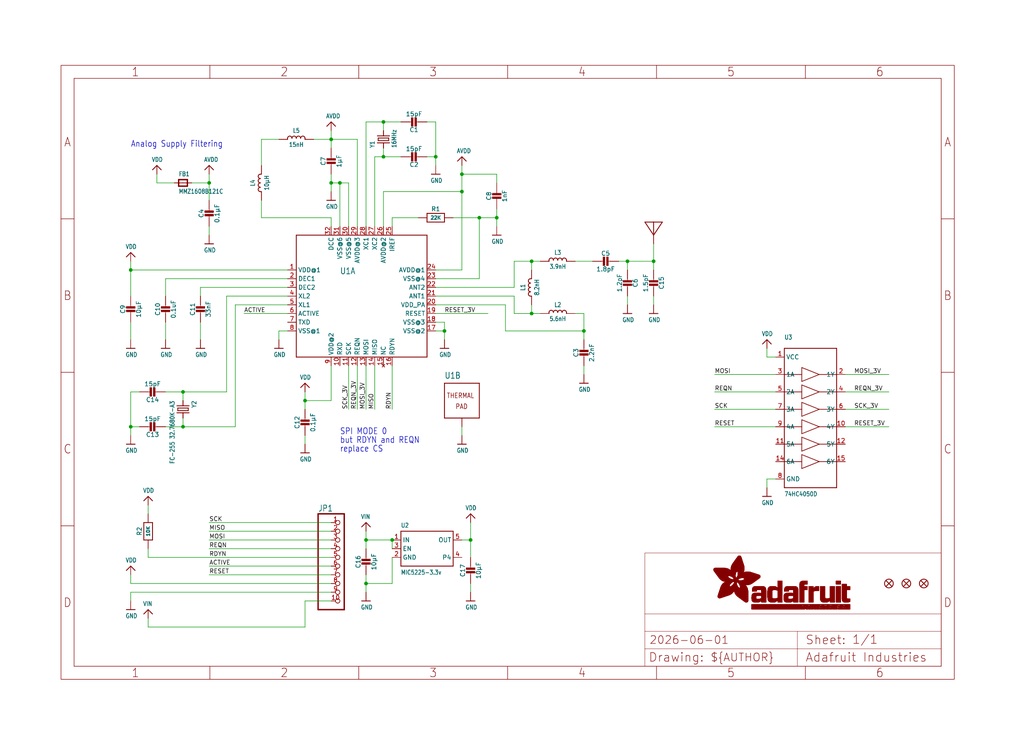
<source format=kicad_sch>
(kicad_sch (version 20230121) (generator eeschema)
  (paper "User" 298.45 217.322)
  (lib_symbols
    (symbol "working-eagle-import:74HC4050DTSSOP"
      (property "Reference" "U" (at -7.62 22.86 0))
      (symbol "74HC4050DTSSOP_1_0"
        (pin bidirectional line (at -10.16 17.78 0) (length 2.54) (name "VCC") (number "1"))
        (pin bidirectional line (at 10.16 -2.54 180) (length 2.54) (name "4Y") (number "10"))
        (pin bidirectional line (at -10.16 -7.62 0) (length 2.54) (name "5A") (number "11"))
        (pin bidirectional line (at 10.16 -7.62 180) (length 2.54) (name "5Y") (number "12"))
        (pin bidirectional line (at -10.16 -12.7 0) (length 2.54) (name "6A") (number "14"))
        (pin bidirectional line (at 10.16 -12.7 180) (length 2.54) (name "6Y") (number "15"))
        (pin bidirectional line (at 10.16 12.7 180) (length 2.54) (name "1Y") (number "2"))
        (pin bidirectional line (at -10.16 12.7 0) (length 2.54) (name "1A") (number "3"))
        (pin bidirectional line (at 10.16 7.62 180) (length 2.54) (name "2Y") (number "4"))
        (pin bidirectional line (at -10.16 7.62 0) (length 2.54) (name "2A") (number "5"))
        (pin bidirectional line (at 10.16 2.54 180) (length 2.54) (name "3Y") (number "6"))
        (pin bidirectional line (at -10.16 2.54 0) (length 2.54) (name "3A") (number "7"))
        (pin bidirectional line (at -10.16 -17.78 0) (length 2.54) (name "GND") (number "8"))
        (pin bidirectional line (at -10.16 -2.54 0) (length 2.54) (name "4A") (number "9"))
      )
    )
    (symbol "working-eagle-import:ANTENNA_PCBNRF8001_1.6MM"
      (symbol "ANTENNA_PCBNRF8001_1.6MM_1_0"
        (pin passive line (at 0 -2.54 90) (length 2.54) (name "P$1") (number "FEED"))
      )
    )
    (symbol "working-eagle-import:AVDD" (power)
      (property "Value" "AVDD" (at -1.524 1.016 0))
      (symbol "AVDD_1_0"
        (pin power_in line (at 0 -2.54 90) (length 2.54) (name "AVDD") (number "1"))
      )
    )
    (symbol "working-eagle-import:CAP_CERAMIC0805-NOOUTLINE"
      (property "Reference" "C" (at -2.29 1.25 90))
      (symbol "CAP_CERAMIC0805-NOOUTLINE_1_0"
        (pin passive line (at 0 5.08 270) (length 2.54) (name "1") (number "1"))
        (pin passive line (at 0 -2.54 90) (length 2.54) (name "2") (number "2"))
      )
    )
    (symbol "working-eagle-import:CAP_CERAMIC_0402"
      (property "Reference" "C" (at -2.29 1.25 90))
      (symbol "CAP_CERAMIC_0402_1_0"
        (pin passive line (at 0 5.08 270) (length 2.54) (name "1") (number "1"))
        (pin passive line (at 0 -2.54 90) (length 2.54) (name "2") (number "2"))
      )
    )
    (symbol "working-eagle-import:CAP_CERAMIC_0402MP"
      (property "Reference" "C" (at -2.29 1.25 90))
      (symbol "CAP_CERAMIC_0402MP_1_0"
        (pin passive line (at 0 5.08 270) (length 2.54) (name "1") (number "1"))
        (pin passive line (at 0 -2.54 90) (length 2.54) (name "2") (number "2"))
      )
    )
    (symbol "working-eagle-import:CAP_CERAMIC_0603"
      (property "Reference" "C" (at -2.29 1.25 90))
      (symbol "CAP_CERAMIC_0603_1_0"
        (pin passive line (at 0 5.08 270) (length 2.54) (name "1") (number "1"))
        (pin passive line (at 0 -2.54 90) (length 2.54) (name "2") (number "2"))
      )
    )
    (symbol "working-eagle-import:CRYSTAL3.2X2.5"
      (property "Reference" "Y" (at -2.54 2.54 0))
      (symbol "CRYSTAL3.2X2.5_1_0"
        (pin passive line (at -2.54 0 0) (length 0) (name "1") (number "1"))
        (pin passive line (at 2.54 0 180) (length 0) (name "2") (number "2"))
      )
    )
    (symbol "working-eagle-import:CRYSTAL8.0X3.8"
      (property "Reference" "Y" (at -2.54 2.54 0))
      (symbol "CRYSTAL8.0X3.8_1_0"
        (pin passive line (at -2.54 0 0) (length 0) (name "1") (number "P$1"))
        (pin passive line (at 2.54 0 180) (length 0) (name "2") (number "P$4"))
      )
    )
    (symbol "working-eagle-import:FERRITE0805"
      (property "Reference" "FB" (at -1.27 1.905 0))
      (symbol "FERRITE0805_1_0"
        (pin passive line (at -2.54 0 0) (length 2.54) (name "P$1") (number "1"))
        (pin passive line (at 2.54 0 180) (length 2.54) (name "P$2") (number "2"))
      )
    )
    (symbol "working-eagle-import:FIDUCIAL{dblquote}{dblquote}")
    (symbol "working-eagle-import:FRAME_A4_ADAFRUIT"
      (symbol "FRAME_A4_ADAFRUIT_1_0"
        (text "${#}/${##}" (at 230.505 10.16 0) (effects (font (size 2.54 2.54)) (justify left bottom)))
        (text "${AUTHOR}" (at 189.23 5.08 0) (effects (font (size 2.286 2.286)) (justify left bottom)))
        (text "${CURRENT_DATE}" (at 171.45 10.16 0) (effects (font (size 2.286 2.286)) (justify left bottom)))
        (text "${PROJECTNAME}" (at 171.45 15.24 0) (effects (font (size 2.54 2.54)) (justify left bottom)))
        (text "1" (at 21.6958 1.905 0) (effects (font (size 2.54 2.286))))
        (text "1" (at 21.6958 177.165 0) (effects (font (size 2.54 2.286))))
        (text "2" (at 65.0875 1.905 0) (effects (font (size 2.54 2.286))))
        (text "2" (at 65.0875 177.165 0) (effects (font (size 2.54 2.286))))
        (text "3" (at 108.4792 1.905 0) (effects (font (size 2.54 2.286))))
        (text "3" (at 108.4792 177.165 0) (effects (font (size 2.54 2.286))))
        (text "4" (at 151.8708 1.905 0) (effects (font (size 2.54 2.286))))
        (text "4" (at 151.8708 177.165 0) (effects (font (size 2.54 2.286))))
        (text "5" (at 195.2625 1.905 0) (effects (font (size 2.54 2.286))))
        (text "5" (at 195.2625 177.165 0) (effects (font (size 2.54 2.286))))
        (text "6" (at 238.6542 1.905 0) (effects (font (size 2.54 2.286))))
        (text "6" (at 238.6542 177.165 0) (effects (font (size 2.54 2.286))))
        (text "A" (at 1.905 156.6863 0) (effects (font (size 2.54 2.286))))
        (text "A" (at 258.445 156.6863 0) (effects (font (size 2.54 2.286))))
        (text "Adafruit Industries" (at 216.916 4.953 0) (effects (font (size 2.54 2.54)) (justify left bottom)))
        (text "B" (at 1.905 111.9188 0) (effects (font (size 2.54 2.286))))
        (text "B" (at 258.445 111.9188 0) (effects (font (size 2.54 2.286))))
        (text "C" (at 1.905 67.1513 0) (effects (font (size 2.54 2.286))))
        (text "C" (at 258.445 67.1513 0) (effects (font (size 2.54 2.286))))
        (text "D" (at 1.905 22.3838 0) (effects (font (size 2.54 2.286))))
        (text "D" (at 258.445 22.3838 0) (effects (font (size 2.54 2.286))))
        (text "Drawing:" (at 171.196 4.953 0) (effects (font (size 2.54 2.54)) (justify left bottom)))
        (text "Sheet:" (at 216.916 10.033 0) (effects (font (size 2.54 2.54)) (justify left bottom)))
      )
    )
    (symbol "working-eagle-import:GND" (power)
      (property "Value" "GND" (at -1.524 -2.54 0))
      (symbol "GND_1_0"
        (pin power_in line (at 0 2.54 270) (length 2.54) (name "GND") (number "1"))
      )
    )
    (symbol "working-eagle-import:HEADER-1X1070MIL"
      (property "Reference" "JP" (at -6.35 13.335 0))
      (symbol "HEADER-1X1070MIL_1_0"
        (pin passive inverted (at -2.54 10.16 0) (length 2.54) (name "1") (number "1"))
        (pin passive inverted (at -2.54 -12.7 0) (length 2.54) (name "10") (number "10"))
        (pin passive inverted (at -2.54 7.62 0) (length 2.54) (name "2") (number "2"))
        (pin passive inverted (at -2.54 5.08 0) (length 2.54) (name "3") (number "3"))
        (pin passive inverted (at -2.54 2.54 0) (length 2.54) (name "4") (number "4"))
        (pin passive inverted (at -2.54 0 0) (length 2.54) (name "5") (number "5"))
        (pin passive inverted (at -2.54 -2.54 0) (length 2.54) (name "6") (number "6"))
        (pin passive inverted (at -2.54 -5.08 0) (length 2.54) (name "7") (number "7"))
        (pin passive inverted (at -2.54 -7.62 0) (length 2.54) (name "8") (number "8"))
        (pin passive inverted (at -2.54 -10.16 0) (length 2.54) (name "9") (number "9"))
      )
    )
    (symbol "working-eagle-import:INDUCTOR_0402"
      (property "Reference" "L" (at 0 2.54 0))
      (symbol "INDUCTOR_0402_1_0"
        (pin passive line (at -5.08 0 0) (length 2.54) (name "1") (number "1"))
        (pin passive line (at 5.08 0 180) (length 2.54) (name "2") (number "2"))
      )
    )
    (symbol "working-eagle-import:INDUCTOR_0603"
      (property "Reference" "L" (at 0 2.54 0))
      (symbol "INDUCTOR_0603_1_0"
        (pin passive line (at -5.08 0 0) (length 2.54) (name "1") (number "1"))
        (pin passive line (at 5.08 0 180) (length 2.54) (name "2") (number "2"))
      )
    )
    (symbol "working-eagle-import:NRF8001"
      (property "Reference" "U" (at -5.08 6.35 0))
      (symbol "NRF8001_1_0"
        (pin power_in line (at -20.32 7.62 0) (length 2.54) (name "VDD@1") (number "1"))
        (pin input line (at -5.08 -20.32 90) (length 2.54) (name "RXD") (number "10"))
        (pin input line (at -2.54 -20.32 90) (length 2.54) (name "SCK") (number "11"))
        (pin input line (at 0 -20.32 90) (length 2.54) (name "REQN") (number "12"))
        (pin input line (at 2.54 -20.32 90) (length 2.54) (name "MOSI") (number "13"))
        (pin output line (at 5.08 -20.32 90) (length 2.54) (name "MISO") (number "14"))
        (pin no_connect line (at 7.62 -20.32 90) (length 2.54) (name "NC") (number "15"))
        (pin output line (at 10.16 -20.32 90) (length 2.54) (name "RDYN") (number "16"))
        (pin power_in line (at 22.86 -10.16 180) (length 2.54) (name "VSS@2") (number "17"))
        (pin power_in line (at 22.86 -7.62 180) (length 2.54) (name "VSS@3") (number "18"))
        (pin input line (at 22.86 -5.08 180) (length 2.54) (name "RESET") (number "19"))
        (pin bidirectional line (at -20.32 5.08 0) (length 2.54) (name "DEC1") (number "2"))
        (pin bidirectional line (at 22.86 -2.54 180) (length 2.54) (name "VDD_PA") (number "20"))
        (pin bidirectional line (at 22.86 0 180) (length 2.54) (name "ANT1") (number "21"))
        (pin bidirectional line (at 22.86 2.54 180) (length 2.54) (name "ANT2") (number "22"))
        (pin power_in line (at 22.86 5.08 180) (length 2.54) (name "VSS@4") (number "23"))
        (pin power_in line (at 22.86 7.62 180) (length 2.54) (name "AVDD@1") (number "24"))
        (pin output line (at 10.16 20.32 270) (length 2.54) (name "IREF") (number "25"))
        (pin power_in line (at 7.62 20.32 270) (length 2.54) (name "AVDD@2") (number "26"))
        (pin output line (at 5.08 20.32 270) (length 2.54) (name "XC2") (number "27"))
        (pin input line (at 2.54 20.32 270) (length 2.54) (name "XC1") (number "28"))
        (pin power_in line (at 0 20.32 270) (length 2.54) (name "AVDD@3") (number "29"))
        (pin bidirectional line (at -20.32 2.54 0) (length 2.54) (name "DEC2") (number "3"))
        (pin power_in line (at -2.54 20.32 270) (length 2.54) (name "VSS@5") (number "30"))
        (pin power_in line (at -5.08 20.32 270) (length 2.54) (name "VSS@6") (number "31"))
        (pin bidirectional line (at -7.62 20.32 270) (length 2.54) (name "DCC") (number "32"))
        (pin output line (at -20.32 0 0) (length 2.54) (name "XL2") (number "4"))
        (pin input line (at -20.32 -2.54 0) (length 2.54) (name "XL1") (number "5"))
        (pin output line (at -20.32 -5.08 0) (length 2.54) (name "ACTIVE") (number "6"))
        (pin output line (at -20.32 -7.62 0) (length 2.54) (name "TXD") (number "7"))
        (pin power_in line (at -20.32 -10.16 0) (length 2.54) (name "VSS@1") (number "8"))
        (pin power_in line (at -7.62 -20.32 90) (length 2.54) (name "VDD@2") (number "9"))
      )
      (symbol "NRF8001_2_0"
        (text "PAD" (at -1.905 -2.54 0) (effects (font (size 1.4224 1.209)) (justify left bottom)))
        (text "THERMAL" (at -4.445 0.635 0) (effects (font (size 1.4224 1.209)) (justify left bottom)))
        (pin power_in line (at 0 -7.62 90) (length 2.54) (name "TP") (number "33"))
      )
    )
    (symbol "working-eagle-import:RESISTOR0805_NOOUTLINE"
      (property "Reference" "R" (at 0 2.54 0))
      (symbol "RESISTOR0805_NOOUTLINE_1_0"
        (pin passive line (at -5.08 0 0) (length 2.54) (name "1") (number "1"))
        (pin passive line (at 5.08 0 180) (length 2.54) (name "2") (number "2"))
      )
    )
    (symbol "working-eagle-import:RESISTOR_0805MP"
      (property "Reference" "R" (at 0 2.54 0))
      (symbol "RESISTOR_0805MP_1_0"
        (pin passive line (at -5.08 0 0) (length 2.54) (name "1") (number "1"))
        (pin passive line (at 5.08 0 180) (length 2.54) (name "2") (number "2"))
      )
    )
    (symbol "working-eagle-import:VDD" (power)
      (property "Value" "VDD" (at -1.524 1.016 0))
      (symbol "VDD_1_0"
        (pin power_in line (at 0 -2.54 90) (length 2.54) (name "VDD") (number "1"))
      )
    )
    (symbol "working-eagle-import:VIN" (power)
      (property "Value" "VIN" (at -1.524 1.016 0))
      (symbol "VIN_1_0"
        (pin power_in line (at 0 -2.54 90) (length 2.54) (name "VIN") (number "1"))
      )
    )
    (symbol "working-eagle-import:VREG_SOT23-5"
      (property "Reference" "U" (at -7.62 6.096 0))
      (symbol "VREG_SOT23-5_1_0"
        (pin power_in line (at -10.16 2.54 0) (length 2.54) (name "IN") (number "1"))
        (pin power_in line (at -10.16 -2.54 0) (length 2.54) (name "GND") (number "2"))
        (pin input line (at -10.16 0 0) (length 2.54) (name "EN") (number "3"))
        (pin bidirectional line (at 10.16 -2.54 180) (length 2.54) (name "P4") (number "4"))
        (pin power_in line (at 10.16 2.54 180) (length 2.54) (name "OUT") (number "5"))
      )
    )
  )
  (junction (at 190.5 76.2))
  (junction (at 129.54 96.52))
  (junction (at 88.9 116.84))
  (junction (at 127 45.72))
  (junction (at 170.18 96.52))
  (junction (at 53.34 124.46))
  (junction (at 114.3 157.48))
  (junction (at 154.94 91.44))
  (junction (at 106.68 170.18))
  (junction (at 99.06 53.34))
  (junction (at 137.16 157.48))
  (junction (at 139.7 63.5))
  (junction (at 38.1 78.74))
  (junction (at 154.94 76.2))
  (junction (at 96.52 53.34))
  (junction (at 134.62 55.88))
  (junction (at 60.96 53.34))
  (junction (at 111.76 45.72))
  (junction (at 111.76 35.56))
  (junction (at 182.88 76.2))
  (junction (at 38.1 124.46))
  (junction (at 134.62 50.8))
  (junction (at 106.68 157.48))
  (junction (at 144.78 63.5))
  (junction (at 96.52 40.64))
  (junction (at 53.34 114.3))
  (wire (pts (xy 43.18 162.56) (xy 96.52 162.56)) (stroke (width 0.1524)))
  (wire (pts (xy 38.1 172.72) (xy 96.52 172.72)) (stroke (width 0.1524)))
  (wire (pts (xy 144.78 60.96) (xy 144.78 63.5)) (stroke (width 0.1524)))
  (wire (pts (xy 43.18 149.86) (xy 43.18 147.32)) (stroke (width 0.1524)))
  (wire (pts (xy 60.96 157.48) (xy 96.52 157.48)) (stroke (width 0.1524)))
  (wire (pts (xy 134.62 157.48) (xy 137.16 157.48)) (stroke (width 0.1524)))
  (wire (pts (xy 68.58 124.46) (xy 53.34 124.46)) (stroke (width 0.1524)))
  (wire (pts (xy 226.06 109.22) (xy 208.28 109.22)) (stroke (width 0.1524)))
  (wire (pts (xy 43.18 162.56) (xy 43.18 160.02)) (stroke (width 0.1524)))
  (wire (pts (xy 88.9 175.26) (xy 88.9 182.88)) (stroke (width 0.1524)))
  (wire (pts (xy 106.68 35.56) (xy 111.76 35.56)) (stroke (width 0.1524)))
  (wire (pts (xy 83.82 83.82) (xy 58.42 83.82)) (stroke (width 0.1524)))
  (wire (pts (xy 83.82 91.44) (xy 71.12 91.44)) (stroke (width 0.1524)))
  (wire (pts (xy 134.62 78.74) (xy 134.62 55.88)) (stroke (width 0.1524)))
  (wire (pts (xy 48.26 93.98) (xy 48.26 99.06)) (stroke (width 0.1524)))
  (wire (pts (xy 114.3 160.02) (xy 114.3 157.48)) (stroke (width 0.1524)))
  (wire (pts (xy 132.08 63.5) (xy 139.7 63.5)) (stroke (width 0.1524)))
  (wire (pts (xy 53.34 114.3) (xy 53.34 116.84)) (stroke (width 0.1524)))
  (wire (pts (xy 127 96.52) (xy 129.54 96.52)) (stroke (width 0.1524)))
  (wire (pts (xy 38.1 93.98) (xy 38.1 99.06)) (stroke (width 0.1524)))
  (wire (pts (xy 226.06 104.14) (xy 223.52 104.14)) (stroke (width 0.1524)))
  (wire (pts (xy 137.16 170.18) (xy 137.16 172.72)) (stroke (width 0.1524)))
  (wire (pts (xy 81.28 40.64) (xy 76.2 40.64)) (stroke (width 0.1524)))
  (wire (pts (xy 99.06 53.34) (xy 99.06 66.04)) (stroke (width 0.1524)))
  (wire (pts (xy 134.62 48.26) (xy 134.62 50.8)) (stroke (width 0.1524)))
  (wire (pts (xy 40.64 114.3) (xy 38.1 114.3)) (stroke (width 0.1524)))
  (wire (pts (xy 170.18 106.68) (xy 170.18 109.22)) (stroke (width 0.1524)))
  (wire (pts (xy 106.68 157.48) (xy 106.68 160.02)) (stroke (width 0.1524)))
  (wire (pts (xy 76.2 40.64) (xy 76.2 48.26)) (stroke (width 0.1524)))
  (wire (pts (xy 101.6 106.68) (xy 101.6 119.38)) (stroke (width 0.1524)))
  (wire (pts (xy 83.82 88.9) (xy 68.58 88.9)) (stroke (width 0.1524)))
  (wire (pts (xy 88.9 116.84) (xy 88.9 119.38)) (stroke (width 0.1524)))
  (wire (pts (xy 246.38 114.3) (xy 259.08 114.3)) (stroke (width 0.1524)))
  (wire (pts (xy 127 78.74) (xy 134.62 78.74)) (stroke (width 0.1524)))
  (wire (pts (xy 60.96 154.94) (xy 96.52 154.94)) (stroke (width 0.1524)))
  (wire (pts (xy 226.06 139.7) (xy 223.52 139.7)) (stroke (width 0.1524)))
  (wire (pts (xy 149.86 83.82) (xy 149.86 76.2)) (stroke (width 0.1524)))
  (wire (pts (xy 114.3 157.48) (xy 106.68 157.48)) (stroke (width 0.1524)))
  (wire (pts (xy 190.5 78.74) (xy 190.5 76.2)) (stroke (width 0.1524)))
  (wire (pts (xy 96.52 50.8) (xy 96.52 53.34)) (stroke (width 0.1524)))
  (wire (pts (xy 111.76 55.88) (xy 134.62 55.88)) (stroke (width 0.1524)))
  (wire (pts (xy 246.38 109.22) (xy 259.08 109.22)) (stroke (width 0.1524)))
  (wire (pts (xy 60.96 165.1) (xy 96.52 165.1)) (stroke (width 0.1524)))
  (wire (pts (xy 106.68 170.18) (xy 106.68 172.72)) (stroke (width 0.1524)))
  (wire (pts (xy 137.16 157.48) (xy 137.16 152.4)) (stroke (width 0.1524)))
  (wire (pts (xy 149.86 91.44) (xy 154.94 91.44)) (stroke (width 0.1524)))
  (wire (pts (xy 127 86.36) (xy 149.86 86.36)) (stroke (width 0.1524)))
  (wire (pts (xy 137.16 157.48) (xy 137.16 162.56)) (stroke (width 0.1524)))
  (wire (pts (xy 48.26 81.28) (xy 48.26 86.36)) (stroke (width 0.1524)))
  (wire (pts (xy 139.7 63.5) (xy 144.78 63.5)) (stroke (width 0.1524)))
  (wire (pts (xy 129.54 93.98) (xy 129.54 96.52)) (stroke (width 0.1524)))
  (wire (pts (xy 114.3 66.04) (xy 114.3 63.5)) (stroke (width 0.1524)))
  (wire (pts (xy 68.58 88.9) (xy 68.58 124.46)) (stroke (width 0.1524)))
  (wire (pts (xy 81.28 96.52) (xy 81.28 99.06)) (stroke (width 0.1524)))
  (wire (pts (xy 147.32 88.9) (xy 147.32 96.52)) (stroke (width 0.1524)))
  (wire (pts (xy 83.82 86.36) (xy 66.04 86.36)) (stroke (width 0.1524)))
  (wire (pts (xy 106.68 106.68) (xy 106.68 119.38)) (stroke (width 0.1524)))
  (wire (pts (xy 111.76 38.1) (xy 111.76 35.56)) (stroke (width 0.1524)))
  (wire (pts (xy 96.52 53.34) (xy 99.06 53.34)) (stroke (width 0.1524)))
  (wire (pts (xy 259.08 119.38) (xy 246.38 119.38)) (stroke (width 0.1524)))
  (wire (pts (xy 134.62 50.8) (xy 144.78 50.8)) (stroke (width 0.1524)))
  (wire (pts (xy 154.94 76.2) (xy 157.48 76.2)) (stroke (width 0.1524)))
  (wire (pts (xy 106.68 66.04) (xy 106.68 35.56)) (stroke (width 0.1524)))
  (wire (pts (xy 104.14 40.64) (xy 104.14 66.04)) (stroke (width 0.1524)))
  (wire (pts (xy 96.52 40.64) (xy 104.14 40.64)) (stroke (width 0.1524)))
  (wire (pts (xy 139.7 81.28) (xy 139.7 63.5)) (stroke (width 0.1524)))
  (wire (pts (xy 124.46 45.72) (xy 127 45.72)) (stroke (width 0.1524)))
  (wire (pts (xy 223.52 139.7) (xy 223.52 142.24)) (stroke (width 0.1524)))
  (wire (pts (xy 167.64 76.2) (xy 172.72 76.2)) (stroke (width 0.1524)))
  (wire (pts (xy 48.26 114.3) (xy 53.34 114.3)) (stroke (width 0.1524)))
  (wire (pts (xy 60.96 53.34) (xy 60.96 50.8)) (stroke (width 0.1524)))
  (wire (pts (xy 53.34 124.46) (xy 53.34 121.92)) (stroke (width 0.1524)))
  (wire (pts (xy 111.76 43.18) (xy 111.76 45.72)) (stroke (width 0.1524)))
  (wire (pts (xy 38.1 172.72) (xy 38.1 175.26)) (stroke (width 0.1524)))
  (wire (pts (xy 134.62 127) (xy 134.62 124.46)) (stroke (width 0.1524)))
  (wire (pts (xy 154.94 91.44) (xy 157.48 91.44)) (stroke (width 0.1524)))
  (wire (pts (xy 40.64 124.46) (xy 38.1 124.46)) (stroke (width 0.1524)))
  (wire (pts (xy 60.96 160.02) (xy 96.52 160.02)) (stroke (width 0.1524)))
  (wire (pts (xy 45.72 53.34) (xy 50.8 53.34)) (stroke (width 0.1524)))
  (wire (pts (xy 88.9 175.26) (xy 96.52 175.26)) (stroke (width 0.1524)))
  (wire (pts (xy 38.1 124.46) (xy 38.1 127)) (stroke (width 0.1524)))
  (wire (pts (xy 96.52 63.5) (xy 96.52 66.04)) (stroke (width 0.1524)))
  (wire (pts (xy 180.34 76.2) (xy 182.88 76.2)) (stroke (width 0.1524)))
  (wire (pts (xy 127 93.98) (xy 129.54 93.98)) (stroke (width 0.1524)))
  (wire (pts (xy 96.52 40.64) (xy 91.44 40.64)) (stroke (width 0.1524)))
  (wire (pts (xy 109.22 106.68) (xy 109.22 119.38)) (stroke (width 0.1524)))
  (wire (pts (xy 58.42 93.98) (xy 58.42 99.06)) (stroke (width 0.1524)))
  (wire (pts (xy 226.06 114.3) (xy 208.28 114.3)) (stroke (width 0.1524)))
  (wire (pts (xy 55.88 53.34) (xy 60.96 53.34)) (stroke (width 0.1524)))
  (wire (pts (xy 226.06 124.46) (xy 208.28 124.46)) (stroke (width 0.1524)))
  (wire (pts (xy 38.1 114.3) (xy 38.1 124.46)) (stroke (width 0.1524)))
  (wire (pts (xy 60.96 152.4) (xy 96.52 152.4)) (stroke (width 0.1524)))
  (wire (pts (xy 96.52 53.34) (xy 96.52 55.88)) (stroke (width 0.1524)))
  (wire (pts (xy 104.14 106.68) (xy 104.14 119.38)) (stroke (width 0.1524)))
  (wire (pts (xy 190.5 76.2) (xy 190.5 71.12)) (stroke (width 0.1524)))
  (wire (pts (xy 43.18 182.88) (xy 43.18 180.34)) (stroke (width 0.1524)))
  (wire (pts (xy 45.72 50.8) (xy 45.72 53.34)) (stroke (width 0.1524)))
  (wire (pts (xy 38.1 170.18) (xy 96.52 170.18)) (stroke (width 0.1524)))
  (wire (pts (xy 106.68 167.64) (xy 106.68 170.18)) (stroke (width 0.1524)))
  (wire (pts (xy 66.04 114.3) (xy 53.34 114.3)) (stroke (width 0.1524)))
  (wire (pts (xy 114.3 106.68) (xy 114.3 119.38)) (stroke (width 0.1524)))
  (wire (pts (xy 129.54 96.52) (xy 129.54 99.06)) (stroke (width 0.1524)))
  (wire (pts (xy 109.22 66.04) (xy 109.22 45.72)) (stroke (width 0.1524)))
  (wire (pts (xy 109.22 45.72) (xy 111.76 45.72)) (stroke (width 0.1524)))
  (wire (pts (xy 88.9 127) (xy 88.9 129.54)) (stroke (width 0.1524)))
  (wire (pts (xy 149.86 76.2) (xy 154.94 76.2)) (stroke (width 0.1524)))
  (wire (pts (xy 83.82 78.74) (xy 38.1 78.74)) (stroke (width 0.1524)))
  (wire (pts (xy 170.18 91.44) (xy 170.18 96.52)) (stroke (width 0.1524)))
  (wire (pts (xy 96.52 116.84) (xy 88.9 116.84)) (stroke (width 0.1524)))
  (wire (pts (xy 96.52 40.64) (xy 96.52 43.18)) (stroke (width 0.1524)))
  (wire (pts (xy 127 81.28) (xy 139.7 81.28)) (stroke (width 0.1524)))
  (wire (pts (xy 66.04 86.36) (xy 66.04 114.3)) (stroke (width 0.1524)))
  (wire (pts (xy 83.82 96.52) (xy 81.28 96.52)) (stroke (width 0.1524)))
  (wire (pts (xy 144.78 50.8) (xy 144.78 53.34)) (stroke (width 0.1524)))
  (wire (pts (xy 154.94 78.74) (xy 154.94 76.2)) (stroke (width 0.1524)))
  (wire (pts (xy 111.76 45.72) (xy 116.84 45.72)) (stroke (width 0.1524)))
  (wire (pts (xy 127 88.9) (xy 147.32 88.9)) (stroke (width 0.1524)))
  (wire (pts (xy 38.1 170.18) (xy 38.1 167.64)) (stroke (width 0.1524)))
  (wire (pts (xy 182.88 78.74) (xy 182.88 76.2)) (stroke (width 0.1524)))
  (wire (pts (xy 38.1 78.74) (xy 38.1 86.36)) (stroke (width 0.1524)))
  (wire (pts (xy 58.42 83.82) (xy 58.42 86.36)) (stroke (width 0.1524)))
  (wire (pts (xy 182.88 76.2) (xy 190.5 76.2)) (stroke (width 0.1524)))
  (wire (pts (xy 167.64 91.44) (xy 170.18 91.44)) (stroke (width 0.1524)))
  (wire (pts (xy 96.52 167.64) (xy 60.96 167.64)) (stroke (width 0.1524)))
  (wire (pts (xy 127 35.56) (xy 127 45.72)) (stroke (width 0.1524)))
  (wire (pts (xy 111.76 66.04) (xy 111.76 55.88)) (stroke (width 0.1524)))
  (wire (pts (xy 83.82 81.28) (xy 48.26 81.28)) (stroke (width 0.1524)))
  (wire (pts (xy 144.78 63.5) (xy 144.78 66.04)) (stroke (width 0.1524)))
  (wire (pts (xy 99.06 53.34) (xy 101.6 53.34)) (stroke (width 0.1524)))
  (wire (pts (xy 190.5 86.36) (xy 190.5 88.9)) (stroke (width 0.1524)))
  (wire (pts (xy 114.3 63.5) (xy 121.92 63.5)) (stroke (width 0.1524)))
  (wire (pts (xy 127 91.44) (xy 142.24 91.44)) (stroke (width 0.1524)))
  (wire (pts (xy 88.9 114.3) (xy 88.9 116.84)) (stroke (width 0.1524)))
  (wire (pts (xy 48.26 124.46) (xy 53.34 124.46)) (stroke (width 0.1524)))
  (wire (pts (xy 88.9 182.88) (xy 43.18 182.88)) (stroke (width 0.1524)))
  (wire (pts (xy 60.96 53.34) (xy 60.96 58.42)) (stroke (width 0.1524)))
  (wire (pts (xy 114.3 162.56) (xy 114.3 170.18)) (stroke (width 0.1524)))
  (wire (pts (xy 38.1 78.74) (xy 38.1 76.2)) (stroke (width 0.1524)))
  (wire (pts (xy 182.88 86.36) (xy 182.88 88.9)) (stroke (width 0.1524)))
  (wire (pts (xy 96.52 38.1) (xy 96.52 40.64)) (stroke (width 0.1524)))
  (wire (pts (xy 223.52 104.14) (xy 223.52 101.6)) (stroke (width 0.1524)))
  (wire (pts (xy 149.86 86.36) (xy 149.86 91.44)) (stroke (width 0.1524)))
  (wire (pts (xy 106.68 157.48) (xy 106.68 154.94)) (stroke (width 0.1524)))
  (wire (pts (xy 60.96 66.04) (xy 60.96 68.58)) (stroke (width 0.1524)))
  (wire (pts (xy 111.76 35.56) (xy 116.84 35.56)) (stroke (width 0.1524)))
  (wire (pts (xy 76.2 58.42) (xy 76.2 63.5)) (stroke (width 0.1524)))
  (wire (pts (xy 114.3 170.18) (xy 106.68 170.18)) (stroke (width 0.1524)))
  (wire (pts (xy 246.38 124.46) (xy 259.08 124.46)) (stroke (width 0.1524)))
  (wire (pts (xy 127 83.82) (xy 149.86 83.82)) (stroke (width 0.1524)))
  (wire (pts (xy 134.62 55.88) (xy 134.62 50.8)) (stroke (width 0.1524)))
  (wire (pts (xy 154.94 88.9) (xy 154.94 91.44)) (stroke (width 0.1524)))
  (wire (pts (xy 76.2 63.5) (xy 96.52 63.5)) (stroke (width 0.1524)))
  (wire (pts (xy 147.32 96.52) (xy 170.18 96.52)) (stroke (width 0.1524)))
  (wire (pts (xy 127 45.72) (xy 127 48.26)) (stroke (width 0.1524)))
  (wire (pts (xy 170.18 96.52) (xy 170.18 99.06)) (stroke (width 0.1524)))
  (wire (pts (xy 124.46 35.56) (xy 127 35.56)) (stroke (width 0.1524)))
  (wire (pts (xy 101.6 53.34) (xy 101.6 66.04)) (stroke (width 0.1524)))
  (wire (pts (xy 96.52 106.68) (xy 96.52 116.84)) (stroke (width 0.1524)))
  (wire (pts (xy 226.06 119.38) (xy 208.28 119.38)) (stroke (width 0.1524)))
  (text "but RDYN and REQN" (at 99.06 129.54 0) (effects (font (size 1.778 1.5113)) (justify left bottom)))
  (text "SPI MODE 0" (at 99.06 127 0) (effects (font (size 1.778 1.5113)) (justify left bottom)))
  (text "replace CS" (at 99.06 132.08 0) (effects (font (size 1.778 1.5113)) (justify left bottom)))
  (text "Analog Supply Filtering" (at 38.1 43.18 0) (effects (font (size 1.778 1.5113)) (justify left bottom)))
  (label "RDYN" (at 60.96 162.56 0) (effects (font (size 1.2446 1.2446))))
  (label "RDYN" (at 114.3 119.38 90) (effects (font (size 1.2446 1.2446))))
  (label "REQN" (at 208.28 114.3 0) (effects (font (size 1.2446 1.2446))))
  (label "RESET" (at 208.28 124.46 0) (effects (font (size 1.2446 1.2446))))
  (label "MOSI_3V" (at 248.92 109.22 0) (effects (font (size 1.2446 1.2446))))
  (label "SCK" (at 208.28 119.38 0) (effects (font (size 1.2446 1.2446))))
  (label "RESET_3V" (at 129.54 91.44 0) (effects (font (size 1.2446 1.2446))))
  (label "MISO" (at 109.22 119.38 90) (effects (font (size 1.2446 1.2446))))
  (label "REQN" (at 60.96 160.02 0) (effects (font (size 1.2446 1.2446))))
  (label "SCK_3V" (at 101.6 119.38 90) (effects (font (size 1.2446 1.2446))))
  (label "RESET" (at 60.96 167.64 0) (effects (font (size 1.2446 1.2446))))
  (label "SCK_3V" (at 248.92 119.38 0) (effects (font (size 1.2446 1.2446))))
  (label "MISO" (at 60.96 154.94 0) (effects (font (size 1.2446 1.2446))))
  (label "MOSI" (at 60.96 157.48 0) (effects (font (size 1.2446 1.2446))))
  (label "ACTIVE" (at 71.12 91.44 0) (effects (font (size 1.2446 1.2446))))
  (label "MOSI_3V" (at 106.68 119.38 90) (effects (font (size 1.2446 1.2446))))
  (label "SCK" (at 60.96 152.4 0) (effects (font (size 1.2446 1.2446))))
  (label "RESET_3V" (at 248.92 124.46 0) (effects (font (size 1.2446 1.2446))))
  (label "MOSI" (at 208.28 109.22 0) (effects (font (size 1.2446 1.2446))))
  (label "REQN_3V" (at 248.92 114.3 0) (effects (font (size 1.2446 1.2446))))
  (label "REQN_3V" (at 104.14 119.38 90) (effects (font (size 1.2446 1.2446))))
  (label "ACTIVE" (at 60.96 165.1 0) (effects (font (size 1.2446 1.2446))))
  (symbol (lib_id "working-eagle-import:INDUCTOR_0402") (at 162.56 91.44 0) (unit 1)
    (property "Reference" "L2" (at 162.56 88.9 0) (effects (font (size 1.27 1.0795))))
    (property "Value" "5.6nH" (at 162.56 92.98 0) (effects (font (size 1.27 1.0795))))
    (property "Footprint" "working:_0402" (effects hide))
  )
  (symbol (lib_id "working-eagle-import:74HC4050DTSSOP") (at 236.22 121.92 0) (unit 1)
    (property "Reference" "U3" (at 228.6 99.06 0) (effects (font (size 1.27 1.0795)) (justify left bottom)))
    (property "Value" "74HC4050D" (at 228.6 144.78 0) (effects (font (size 1.27 1.0795)) (justify left bottom)))
    (property "Footprint" "working:TSSOP16" (effects hide))
  )
  (symbol (lib_id "working-eagle-import:GND") (at 38.1 177.8 0) (unit 1)
    (property "Reference" "#U$20" (effects hide))
    (property "Value" "GND" (at 36.576 180.34 0) (effects (font (size 1.27 1.0795)) (justify left bottom)))
  )
  (symbol (lib_id "working-eagle-import:CAP_CERAMIC_0402MP") (at 182.88 81.28 180) (unit 1)
    (property "Reference" "C6" (at 185.17 82.53 90))
    (property "Value" "1.2pF" (at 180.58 82.53 90))
    (property "Footprint" "working:_0402MP" (effects hide))
  )
  (symbol (lib_id "working-eagle-import:VDD") (at 88.9 111.76 0) (unit 1)
    (property "Reference" "#U$15" (effects hide))
    (property "Value" "VDD" (at 87.376 110.744 0) (effects (font (size 1.27 1.0795)) (justify left bottom)))
  )
  (symbol (lib_id "working-eagle-import:CAP_CERAMIC0805-NOOUTLINE") (at 137.16 167.64 0) (unit 1)
    (property "Reference" "C17" (at 134.87 166.39 90))
    (property "Value" "10µF" (at 139.46 166.39 90))
    (property "Footprint" "working:0805-NO" (effects hide))
  )
  (symbol (lib_id "working-eagle-import:CAP_CERAMIC0805-NOOUTLINE") (at 48.26 91.44 0) (unit 1)
    (property "Reference" "C10" (at 45.97 90.19 90))
    (property "Value" "0.1uF" (at 50.56 90.19 90))
    (property "Footprint" "working:0805-NO" (effects hide))
  )
  (symbol (lib_id "working-eagle-import:FIDUCIAL{dblquote}{dblquote}") (at 259.08 170.18 0) (unit 1)
    (property "Reference" "FID3" (effects hide))
    (property "Value" "FIDUCIAL{dblquote}{dblquote}" (effects hide))
    (property "Footprint" "working:FIDUCIAL_1MM" (effects hide))
    (property "BOM" "EXCLUDE" (effects hide))
  )
  (symbol (lib_id "working-eagle-import:CAP_CERAMIC0805-NOOUTLINE") (at 121.92 45.72 90) (unit 1)
    (property "Reference" "C2" (at 120.67 48.01 90))
    (property "Value" "15pF" (at 120.67 43.42 90))
    (property "Footprint" "working:0805-NO" (effects hide))
  )
  (symbol (lib_id "working-eagle-import:GND") (at 137.16 175.26 0) (unit 1)
    (property "Reference" "#U$21" (effects hide))
    (property "Value" "GND" (at 135.636 177.8 0) (effects (font (size 1.27 1.0795)) (justify left bottom)))
  )
  (symbol (lib_id "working-eagle-import:AVDD") (at 134.62 45.72 0) (unit 1)
    (property "Reference" "#U$13" (effects hide))
    (property "Value" "AVDD" (at 133.096 44.704 0) (effects (font (size 1.27 1.0795)) (justify left bottom)))
  )
  (symbol (lib_id "working-eagle-import:VIN") (at 106.68 152.4 0) (unit 1)
    (property "Reference" "#U$24" (effects hide))
    (property "Value" "VIN" (at 105.156 151.384 0) (effects (font (size 1.27 1.0795)) (justify left bottom)))
  )
  (symbol (lib_id "working-eagle-import:GND") (at 58.42 101.6 0) (unit 1)
    (property "Reference" "#U$6" (effects hide))
    (property "Value" "GND" (at 56.896 104.14 0) (effects (font (size 1.27 1.0795)) (justify left bottom)))
  )
  (symbol (lib_id "working-eagle-import:CAP_CERAMIC0805-NOOUTLINE") (at 88.9 124.46 0) (unit 1)
    (property "Reference" "C12" (at 86.61 123.21 90))
    (property "Value" "0.1µF" (at 91.2 123.21 90))
    (property "Footprint" "working:0805-NO" (effects hide))
  )
  (symbol (lib_id "working-eagle-import:VDD") (at 137.16 149.86 0) (unit 1)
    (property "Reference" "#U$23" (effects hide))
    (property "Value" "VDD" (at 135.636 148.844 0) (effects (font (size 1.27 1.0795)) (justify left bottom)))
  )
  (symbol (lib_id "working-eagle-import:GND") (at 170.18 111.76 0) (unit 1)
    (property "Reference" "#U$3" (effects hide))
    (property "Value" "GND" (at 168.656 114.3 0) (effects (font (size 1.27 1.0795)) (justify left bottom)))
  )
  (symbol (lib_id "working-eagle-import:GND") (at 190.5 91.44 0) (unit 1)
    (property "Reference" "#U$31" (effects hide))
    (property "Value" "GND" (at 188.976 93.98 0) (effects (font (size 1.27 1.0795)) (justify left bottom)))
  )
  (symbol (lib_id "working-eagle-import:INDUCTOR_0603") (at 76.2 53.34 90) (unit 1)
    (property "Reference" "L4" (at 73.66 53.34 0) (effects (font (size 1.27 1.0795))))
    (property "Value" "10µH" (at 77.74 53.34 0) (effects (font (size 1.27 1.0795))))
    (property "Footprint" "working:_0603" (effects hide))
  )
  (symbol (lib_id "working-eagle-import:GND") (at 129.54 101.6 0) (unit 1)
    (property "Reference" "#U$4" (effects hide))
    (property "Value" "GND" (at 128.016 104.14 0) (effects (font (size 1.27 1.0795)) (justify left bottom)))
  )
  (symbol (lib_id "working-eagle-import:GND") (at 127 50.8 0) (unit 1)
    (property "Reference" "#U$8" (effects hide))
    (property "Value" "GND" (at 125.476 53.34 0) (effects (font (size 1.27 1.0795)) (justify left bottom)))
  )
  (symbol (lib_id "working-eagle-import:INDUCTOR_0402") (at 154.94 83.82 90) (unit 1)
    (property "Reference" "L1" (at 152.4 83.82 0) (effects (font (size 1.27 1.0795))))
    (property "Value" "8.2nH" (at 156.48 83.82 0) (effects (font (size 1.27 1.0795))))
    (property "Footprint" "working:_0402" (effects hide))
  )
  (symbol (lib_id "working-eagle-import:INDUCTOR_0603") (at 86.36 40.64 0) (unit 1)
    (property "Reference" "L5" (at 86.36 38.1 0) (effects (font (size 1.27 1.0795))))
    (property "Value" "15nH" (at 86.36 42.18 0) (effects (font (size 1.27 1.0795))))
    (property "Footprint" "working:_0603" (effects hide))
  )
  (symbol (lib_id "working-eagle-import:FIDUCIAL{dblquote}{dblquote}") (at 264.16 170.18 0) (unit 1)
    (property "Reference" "FID2" (effects hide))
    (property "Value" "FIDUCIAL{dblquote}{dblquote}" (effects hide))
    (property "Footprint" "working:FIDUCIAL_1MM" (effects hide))
  )
  (symbol (lib_id "working-eagle-import:GND") (at 88.9 132.08 0) (unit 1)
    (property "Reference" "#U$16" (effects hide))
    (property "Value" "GND" (at 87.376 134.62 0) (effects (font (size 1.27 1.0795)) (justify left bottom)))
  )
  (symbol (lib_id "working-eagle-import:CAP_CERAMIC_0402") (at 170.18 104.14 0) (unit 1)
    (property "Reference" "C3" (at 167.89 102.89 90))
    (property "Value" "2.2nF" (at 172.48 102.89 90))
    (property "Footprint" "working:_0402" (effects hide))
  )
  (symbol (lib_id "working-eagle-import:CRYSTAL8.0X3.8") (at 53.34 119.38 270) (unit 1)
    (property "Reference" "Y2" (at 55.88 116.84 0) (effects (font (size 1.27 1.0795)) (justify left bottom)))
    (property "Value" "FC-255 32.7680K-A3" (at 49.53 116.84 0) (effects (font (size 1.27 1.0795)) (justify left bottom)))
    (property "Footprint" "working:CRYSTAL_8X3.8" (effects hide))
  )
  (symbol (lib_id "working-eagle-import:VDD") (at 38.1 165.1 0) (unit 1)
    (property "Reference" "#U$18" (effects hide))
    (property "Value" "VDD" (at 36.576 164.084 0) (effects (font (size 1.27 1.0795)) (justify left bottom)))
  )
  (symbol (lib_id "working-eagle-import:GND") (at 144.78 68.58 0) (unit 1)
    (property "Reference" "#U$14" (effects hide))
    (property "Value" "GND" (at 143.256 71.12 0) (effects (font (size 1.27 1.0795)) (justify left bottom)))
  )
  (symbol (lib_id "working-eagle-import:FERRITE0805") (at 53.34 53.34 0) (unit 1)
    (property "Reference" "FB1" (at 52.07 51.435 0) (effects (font (size 1.27 1.0795)) (justify left bottom)))
    (property "Value" "MMZ1608B121C" (at 52.07 56.515 0) (effects (font (size 1.27 1.0795)) (justify left bottom)))
    (property "Footprint" "working:0805" (effects hide))
  )
  (symbol (lib_id "working-eagle-import:GND") (at 81.28 101.6 0) (unit 1)
    (property "Reference" "#U$5" (effects hide))
    (property "Value" "GND" (at 79.756 104.14 0) (effects (font (size 1.27 1.0795)) (justify left bottom)))
  )
  (symbol (lib_id "working-eagle-import:CAP_CERAMIC0805-NOOUTLINE") (at 60.96 63.5 0) (unit 1)
    (property "Reference" "C4" (at 58.67 62.25 90))
    (property "Value" "0.1µF" (at 63.26 62.25 90))
    (property "Footprint" "working:0805-NO" (effects hide))
  )
  (symbol (lib_id "working-eagle-import:VDD") (at 38.1 73.66 0) (unit 1)
    (property "Reference" "#U$17" (effects hide))
    (property "Value" "VDD" (at 36.576 72.644 0) (effects (font (size 1.27 1.0795)) (justify left bottom)))
  )
  (symbol (lib_id "working-eagle-import:VDD") (at 43.18 144.78 0) (unit 1)
    (property "Reference" "#U$27" (effects hide))
    (property "Value" "VDD" (at 41.656 143.764 0) (effects (font (size 1.27 1.0795)) (justify left bottom)))
  )
  (symbol (lib_id "working-eagle-import:GND") (at 38.1 101.6 0) (unit 1)
    (property "Reference" "#U$19" (effects hide))
    (property "Value" "GND" (at 36.576 104.14 0) (effects (font (size 1.27 1.0795)) (justify left bottom)))
  )
  (symbol (lib_id "working-eagle-import:AVDD") (at 96.52 35.56 0) (unit 1)
    (property "Reference" "#U$10" (effects hide))
    (property "Value" "AVDD" (at 94.996 34.544 0) (effects (font (size 1.27 1.0795)) (justify left bottom)))
  )
  (symbol (lib_id "working-eagle-import:CAP_CERAMIC0805-NOOUTLINE") (at 45.72 124.46 90) (unit 1)
    (property "Reference" "C13" (at 44.47 126.75 90))
    (property "Value" "15pF" (at 44.47 122.16 90))
    (property "Footprint" "working:0805-NO" (effects hide))
  )
  (symbol (lib_id "working-eagle-import:VDD") (at 223.52 99.06 0) (unit 1)
    (property "Reference" "#U$29" (effects hide))
    (property "Value" "VDD" (at 221.996 98.044 0) (effects (font (size 1.27 1.0795)) (justify left bottom)))
  )
  (symbol (lib_id "working-eagle-import:CAP_CERAMIC0805-NOOUTLINE") (at 96.52 48.26 0) (unit 1)
    (property "Reference" "C7" (at 94.23 47.01 90))
    (property "Value" "1µF" (at 98.82 47.01 90))
    (property "Footprint" "working:0805-NO" (effects hide))
  )
  (symbol (lib_id "working-eagle-import:GND") (at 38.1 129.54 0) (unit 1)
    (property "Reference" "#U$9" (effects hide))
    (property "Value" "GND" (at 36.576 132.08 0) (effects (font (size 1.27 1.0795)) (justify left bottom)))
  )
  (symbol (lib_id "working-eagle-import:GND") (at 60.96 71.12 0) (unit 1)
    (property "Reference" "#U$72" (effects hide))
    (property "Value" "GND" (at 59.436 73.66 0) (effects (font (size 1.27 1.0795)) (justify left bottom)))
  )
  (symbol (lib_id "working-eagle-import:RESISTOR0805_NOOUTLINE") (at 43.18 154.94 90) (unit 1)
    (property "Reference" "R2" (at 40.64 154.94 0))
    (property "Value" "10K" (at 43.18 154.94 0) (effects (font (size 1.016 1.016) bold)))
    (property "Footprint" "working:0805-NO" (effects hide))
  )
  (symbol (lib_id "working-eagle-import:CAP_CERAMIC0805-NOOUTLINE") (at 38.1 91.44 0) (unit 1)
    (property "Reference" "C9" (at 35.81 90.19 90))
    (property "Value" "10µF" (at 40.4 90.19 90))
    (property "Footprint" "working:0805-NO" (effects hide))
  )
  (symbol (lib_id "working-eagle-import:AVDD") (at 60.96 48.26 0) (unit 1)
    (property "Reference" "#U$66" (effects hide))
    (property "Value" "AVDD" (at 59.436 47.244 0) (effects (font (size 1.27 1.0795)) (justify left bottom)))
  )
  (symbol (lib_id "working-eagle-import:VIN") (at 43.18 177.8 0) (unit 1)
    (property "Reference" "#U$26" (effects hide))
    (property "Value" "VIN" (at 41.656 176.784 0) (effects (font (size 1.27 1.0795)) (justify left bottom)))
  )
  (symbol (lib_id "working-eagle-import:NRF8001") (at 104.14 86.36 0) (unit 1)
    (property "Reference" "U1" (at 99.06 80.01 0) (effects (font (size 1.778 1.5113)) (justify left bottom)))
    (property "Value" "nRF8001" (effects hide))
    (property "Footprint" "working:QFN32_5MM" (effects hide))
  )
  (symbol (lib_id "working-eagle-import:FRAME_A4_ADAFRUIT") (at 17.78 198.12 0) (unit 1)
    (property "Reference" "#U$1" (effects hide))
    (property "Value" "FRAME_A4_ADAFRUIT" (effects hide))
  )
  (symbol (lib_id "working-eagle-import:CAP_CERAMIC0805-NOOUTLINE") (at 45.72 114.3 90) (unit 1)
    (property "Reference" "C14" (at 44.47 116.59 90))
    (property "Value" "15pF" (at 44.47 112 90))
    (property "Footprint" "working:0805-NO" (effects hide))
  )
  (symbol (lib_id "working-eagle-import:GND") (at 223.52 144.78 0) (unit 1)
    (property "Reference" "#U$30" (effects hide))
    (property "Value" "GND" (at 221.996 147.32 0) (effects (font (size 1.27 1.0795)) (justify left bottom)))
  )
  (symbol (lib_id "working-eagle-import:CRYSTAL3.2X2.5") (at 111.76 40.64 90) (unit 1)
    (property "Reference" "Y1" (at 109.22 43.18 0) (effects (font (size 1.27 1.0795)) (justify left bottom)))
    (property "Value" "16MHz" (at 115.57 43.18 0) (effects (font (size 1.27 1.0795)) (justify left bottom)))
    (property "Footprint" "working:CRYSTAL_3.2X2.5" (effects hide))
  )
  (symbol (lib_id "working-eagle-import:ANTENNA_PCBNRF8001_1.6MM") (at 190.5 68.58 0) (unit 1)
    (property "Reference" "U$28" (effects hide))
    (property "Value" "ANTENNA_PCBNRF8001_1.6MM" (effects hide))
    (property "Footprint" "working:ANT_PCB_2.4GHZ_NRF8001_1.6MM_1OZ" (effects hide))
  )
  (symbol (lib_id "working-eagle-import:NRF8001") (at 134.62 116.84 0) (unit 2)
    (property "Reference" "U1" (at 129.54 110.49 0) (effects (font (size 1.778 1.5113)) (justify left bottom)))
    (property "Value" "nRF8001" (effects hide))
    (property "Footprint" "working:QFN32_5MM" (effects hide))
  )
  (symbol (lib_id "working-eagle-import:FIDUCIAL{dblquote}{dblquote}") (at 269.24 170.18 0) (unit 1)
    (property "Reference" "FID1" (effects hide))
    (property "Value" "FIDUCIAL{dblquote}{dblquote}" (effects hide))
    (property "Footprint" "working:FIDUCIAL_1MM" (effects hide))
  )
  (symbol (lib_id "working-eagle-import:VREG_SOT23-5") (at 124.46 160.02 0) (unit 1)
    (property "Reference" "U2" (at 116.84 153.924 0) (effects (font (size 1.27 1.0795)) (justify left bottom)))
    (property "Value" "MIC5225-3.3v" (at 116.84 167.64 0) (effects (font (size 1.27 1.0795)) (justify left bottom)))
    (property "Footprint" "working:SOT23-5" (effects hide))
  )
  (symbol (lib_id "working-eagle-import:GND") (at 48.26 101.6 0) (unit 1)
    (property "Reference" "#U$7" (effects hide))
    (property "Value" "GND" (at 46.736 104.14 0) (effects (font (size 1.27 1.0795)) (justify left bottom)))
  )
  (symbol (lib_id "working-eagle-import:GND") (at 134.62 129.54 0) (unit 1)
    (property "Reference" "#U$60" (effects hide))
    (property "Value" "GND" (at 133.096 132.08 0) (effects (font (size 1.27 1.0795)) (justify left bottom)))
  )
  (symbol (lib_id "working-eagle-import:VDD") (at 45.72 48.26 0) (unit 1)
    (property "Reference" "#U$11" (effects hide))
    (property "Value" "VDD" (at 44.196 47.244 0) (effects (font (size 1.27 1.0795)) (justify left bottom)))
  )
  (symbol (lib_id "working-eagle-import:CAP_CERAMIC_0402MP") (at 190.5 81.28 180) (unit 1)
    (property "Reference" "C15" (at 192.79 82.53 90))
    (property "Value" "1.5pF" (at 188.2 82.53 90))
    (property "Footprint" "working:_0402MP" (effects hide))
  )
  (symbol (lib_id "working-eagle-import:RESISTOR_0805MP") (at 127 63.5 0) (unit 1)
    (property "Reference" "R1" (at 127 60.96 0))
    (property "Value" "22K" (at 127 63.5 0) (effects (font (size 1.016 1.016) bold)))
    (property "Footprint" "working:_0805MP" (effects hide))
  )
  (symbol (lib_id "working-eagle-import:GND") (at 96.52 58.42 0) (unit 1)
    (property "Reference" "#U$12" (effects hide))
    (property "Value" "GND" (at 94.996 60.96 0) (effects (font (size 1.27 1.0795)) (justify left bottom)))
  )
  (symbol (lib_id "working-eagle-import:GND") (at 106.68 175.26 0) (unit 1)
    (property "Reference" "#U$25" (effects hide))
    (property "Value" "GND" (at 105.156 177.8 0) (effects (font (size 1.27 1.0795)) (justify left bottom)))
  )
  (symbol (lib_id "working-eagle-import:HEADER-1X1070MIL") (at 99.06 162.56 0) (unit 1)
    (property "Reference" "JP1" (at 92.71 149.225 0) (effects (font (size 1.778 1.5113)) (justify left bottom)))
    (property "Value" "HEADER-1X1070MIL" (effects hide))
    (property "Footprint" "working:1X10_ROUND70" (effects hide))
  )
  (symbol (lib_id "working-eagle-import:CAP_CERAMIC0805-NOOUTLINE") (at 58.42 91.44 0) (unit 1)
    (property "Reference" "C11" (at 56.13 90.19 90))
    (property "Value" "33nF" (at 60.72 90.19 90))
    (property "Footprint" "working:0805-NO" (effects hide))
  )
  (symbol (lib_id "working-eagle-import:GND") (at 182.88 91.44 0) (unit 1)
    (property "Reference" "#U$2" (effects hide))
    (property "Value" "GND" (at 181.356 93.98 0) (effects (font (size 1.27 1.0795)) (justify left bottom)))
  )
  (symbol (lib_id "working-eagle-import:CAP_CERAMIC_0402MP") (at 175.26 76.2 270) (unit 1)
    (property "Reference" "C5" (at 176.51 73.91 90))
    (property "Value" "1.8pF" (at 176.51 78.5 90))
    (property "Footprint" "working:_0402MP" (effects hide))
  )
  (symbol (lib_id "working-eagle-import:CAP_CERAMIC_0603") (at 144.78 58.42 0) (unit 1)
    (property "Reference" "C8" (at 142.49 57.17 90))
    (property "Value" "1nF" (at 147.08 57.17 90))
    (property "Footprint" "working:_0603" (effects hide))
  )
  (symbol (lib_id "working-eagle-import:INDUCTOR_0402") (at 162.56 76.2 0) (unit 1)
    (property "Reference" "L3" (at 162.56 73.66 0) (effects (font (size 1.27 1.0795))))
    (property "Value" "3.9nH" (at 162.56 77.74 0) (effects (font (size 1.27 1.0795))))
    (property "Footprint" "working:_0402" (effects hide))
  )
  (symbol (lib_id "working-eagle-import:CAP_CERAMIC0805-NOOUTLINE") (at 121.92 35.56 90) (unit 1)
    (property "Reference" "C1" (at 120.67 37.85 90))
    (property "Value" "15pF" (at 120.67 33.26 90))
    (property "Footprint" "working:0805-NO" (effects hide))
  )
  (symbol (lib_id "working-eagle-import:CAP_CERAMIC0805-NOOUTLINE") (at 106.68 165.1 0) (unit 1)
    (property "Reference" "C16" (at 104.39 163.85 90))
    (property "Value" "10µF" (at 108.98 163.85 90))
    (property "Footprint" "working:0805-NO" (effects hide))
  )
)
</source>
